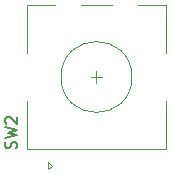
<source format=gbr>
G04 #@! TF.GenerationSoftware,KiCad,Pcbnew,(5.1.10)-1*
G04 #@! TF.CreationDate,2022-02-10T23:06:31+07:00*
G04 #@! TF.ProjectId,Satxri6key,53617478-7269-4366-9b65-792e6b696361,rev?*
G04 #@! TF.SameCoordinates,Original*
G04 #@! TF.FileFunction,Legend,Top*
G04 #@! TF.FilePolarity,Positive*
%FSLAX45Y45*%
G04 Gerber Fmt 4.5, Leading zero omitted, Abs format (unit mm)*
G04 Created by KiCad (PCBNEW (5.1.10)-1) date 2022-02-10 23:06:31*
%MOMM*%
%LPD*%
G01*
G04 APERTURE LIST*
%ADD10C,0.120000*%
%ADD11C,0.150000*%
G04 APERTURE END LIST*
D10*
X24765104Y-9575040D02*
X24765104Y-9475040D01*
X24715104Y-9525040D02*
X24815104Y-9525040D01*
X25115104Y-8915040D02*
X25355104Y-8915040D01*
X24635104Y-8915040D02*
X24895104Y-8915040D01*
X24175104Y-8915040D02*
X24415104Y-8915040D01*
X24355104Y-10245040D02*
X24385104Y-10275040D01*
X24355104Y-10305040D02*
X24355104Y-10245040D01*
X24385104Y-10275040D02*
X24355104Y-10305040D01*
X24175104Y-10135040D02*
X25355104Y-10135040D01*
X24175104Y-9725040D02*
X24175104Y-10135040D01*
X25355104Y-9725040D02*
X25355104Y-10135040D01*
X25355104Y-8915040D02*
X25355104Y-9325040D01*
X24175104Y-9325040D02*
X24175104Y-8915040D01*
X25065104Y-9525040D02*
G75*
G03*
X25065104Y-9525040I-300000J0D01*
G01*
D11*
X24085580Y-10128373D02*
X24090342Y-10114088D01*
X24090342Y-10090278D01*
X24085580Y-10080754D01*
X24080818Y-10075992D01*
X24071294Y-10071230D01*
X24061771Y-10071230D01*
X24052247Y-10075992D01*
X24047485Y-10080754D01*
X24042723Y-10090278D01*
X24037961Y-10109326D01*
X24033199Y-10118850D01*
X24028437Y-10123611D01*
X24018913Y-10128373D01*
X24009390Y-10128373D01*
X23999866Y-10123611D01*
X23995104Y-10118850D01*
X23990342Y-10109326D01*
X23990342Y-10085516D01*
X23995104Y-10071230D01*
X23990342Y-10037897D02*
X24090342Y-10014088D01*
X24018913Y-9995040D01*
X24090342Y-9975992D01*
X23990342Y-9952183D01*
X23999866Y-9918850D02*
X23995104Y-9914088D01*
X23990342Y-9904564D01*
X23990342Y-9880754D01*
X23995104Y-9871230D01*
X23999866Y-9866469D01*
X24009390Y-9861707D01*
X24018913Y-9861707D01*
X24033199Y-9866469D01*
X24090342Y-9923611D01*
X24090342Y-9861707D01*
M02*

</source>
